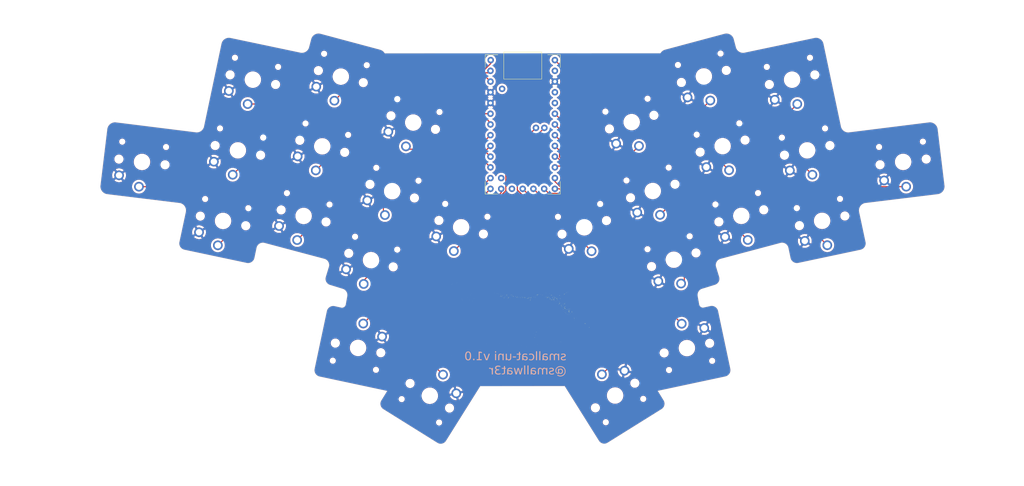
<source format=kicad_pcb>
(kicad_pcb (version 20240108) (generator "pcbnew") (generator_version "8.0")
  (layers (0 "F.Cu" signal) (31 "B.Cu" signal) (34 "B.Paste" user) (35 "F.Paste" user) (36 "B.SilkS" user "B.Silkscreen") (37 "F.SilkS" user "F.Silkscreen") (38 "B.Mask" user) (39 "F.Mask" user) (44 "Edge.Cuts" user))
  (net 0 "")
  (net 1 "gnd")
  (net 2 "Switch2")
  (net 3 "Switch3")
  (net 4 "Switch4")
  (net 5 "Switch6")
  (net 6 "Switch7")
  (net 7 "Switch8")
  (net 8 "Switch9")
  (net 9 "Switch10")
  (net 10 "Switch12")
  (net 11 "Switch13")
  (net 12 "Switch14")
  (net 13 "Switch16")
  (net 14 "Switch17")
  (net 15 "Switch9_r")
  (net 16 "Switch10_r")
  (net 17 "Switch12_r")
  (net 18 "Switch13_r")
  (net 19 "Switch14_r")
  (net 20 "Switch16_r")
  (net 21 "Switch17_r")
  (net 22 "Switch2_r")
  (net 23 "Switch3_r")
  (net 24 "Switch4_r")
  (net 25 "Switch6_r")
  (net 26 "Switch7_r")
  (net 27 "Switch8_r")
  (footprint "* duckyb-collection:choc-v1-with-millmax" (layer "F.Cu") (at 84.259477 64.959093 -15)
    (property "Reference" "SW16" (hide yes))
    (property "Value" "SW_Push" (hide yes))
  )
  (footprint "* duckyb-collection:choc-v1-with-millmax" (layer "F.Cu") (at 114.109183 107.537255 148)
    (property "Reference" "SW20" (hide yes))
    (property "Value" "SW_Push" (hide yes))
  )
  (footprint "* duckyb-collection:choc-v1-with-millmax" (layer "F.Cu") (at 65.198571 66.13836 -12)
    (property "Reference" "SW15" (hide yes))
    (property "Value" "SW_Push" (hide yes))
  )
  (footprint "* duckyb-collection:choc-v1-with-millmax" (layer "F.Cu") (at 97.138927 96.208555 168)
    (property "Reference" "SW21" (hide yes))
    (property "Value" "SW_Push" (hide yes))
  )
  (footprint "* duckyb-collection:choc-v1-with-millmax" (layer "F.Cu") (at 100.196443 75.417543 -17)
    (property "Reference" "SW17" (hide yes))
    (property "Value" "SW_Push" (hide yes))
  )
  (footprint "* duckyb-collection:choc-v1-with-millmax" (layer "F.Cu") (at 93.064047 31.962028 -15)
    (property "Reference" "SW4" (hide yes))
    (property "Value" "SW_Push" (hide yes))
  )
  (footprint "* duckyb-collection:choc-v1-with-millmax" (layer "F.Cu") (at 72.249441 32.683015 -12)
    (property "Reference" "SW3" (hide yes))
    (property "Value" "SW_Push" (hide yes))
  )
  (footprint "* duckyb-collection:choc-v1-with-millmax" (layer "F.Cu") (at 68.7113 49.423827 -12)
    (property "Reference" "SW9" (hide yes))
    (property "Value" "SW_Push" (hide yes))
  )
  (footprint "* duckyb-collection:choc-v1-with-millmax" (layer "F.Cu") (at 121.520324 67.631956 -17)
    (property "Reference" "SW12" (hide yes))
    (property "Value" "SW_Push" (hide yes))
  )
  (footprint "* duckyb-collection:choc-v1-with-millmax" (layer "F.Cu") (at 105.217379 59.09741 -17)
    (property "Reference" "SW11" (hide yes))
    (property "Value" "SW_Push" (hide yes))
  )
  (footprint "* duckyb-collection:choc-v1-with-millmax" (layer "F.Cu") (at 46.026081 52.169877 -7)
    (property "Reference" "SW8" (hide yes))
    (property "Value" "SW_Push" (hide yes))
  )
  (footprint "* duckyb-collection:choc-v1-with-millmax" (layer "F.Cu") (at 110.187699 42.840229 -17)
    (property "Reference" "SW5" (hide yes))
    (property "Value" "SW_Push" (hide yes))
  )
  (footprint "* duckyb-collection:choc-v1-with-millmax" (layer "F.Cu") (at 88.665169 48.471529 -15)
    (property "Reference" "SW10" (hide yes))
    (property "Value" "SW_Push" (hide yes))
  )
  (footprint "* duckyb-collection:choc-v1-with-millmax" (layer "F.Cu") (at 166.857272 59.051739 17)
    (property "Reference" "SW11_r1" (hide yes))
    (property "Value" "SW_Push" (hide yes))
  )
  (footprint "* duckyb-collection:choc-v1-with-millmax" (layer "F.Cu") (at 187.800593 64.942498 15)
    (property "Reference" "SW15_r1" (hide yes))
    (property "Value" "SW_Push" (hide yes))
  )
  (footprint "* duckyb-collection:choc-v1-with-millmax" (layer "F.Cu") (at 206.916567 66.113554 12)
    (property "Reference" "SW18_r1" (hide yes))
    (property "Value" "SW_Push" (hide yes))
  )
  (footprint "* duckyb-collection:choc-v1-with-millmax" (layer "F.Cu") (at 161.864045 42.736729 17)
    (property "Reference" "SW5_r1" (hide yes))
    (property "Value" "SW_Push" (hide yes))
  )
  (footprint "* duckyb-collection:choc-v1-with-millmax" (layer "F.Cu") (at 178.936922 31.912398 15)
    (property "Reference" "SW4_r1" (hide yes))
    (property "Value" "SW_Push" (hide yes))
  )
  (footprint "* duckyb-collection:choc-v1-with-millmax" (layer "F.Cu") (at 150.650324 67.658044 17)
    (property "Reference" "SW12_r1" (hide yes))
    (property "Value" "SW_Push" (hide yes))
  )
  (footprint "* duckyb-collection:choc-v1-with-millmax" (layer "F.Cu") (at 199.812641 32.686554 12)
    (property "Reference" "SW3_r1" (hide yes))
    (property "Value" "SW_Push" (hide yes))
  )
  (footprint "* duckyb-collection:choc-v1-with-millmax" (layer "F.Cu") (at 174.929131 96.251265 -168)
    (property "Reference" "SW21_r1" (hide yes))
    (property "Value" "SW_Push" (hide yes))
  )
  (footprint "* duckyb-collection:choc-v1-with-millmax" (layer "F.Cu") (at 183.377745 48.423826 15)
    (property "Reference" "SW9_r1" (hide yes))
    (property "Value" "SW_Push" (hide yes))
  )
  (footprint "* duckyb-collection:choc-v1-with-millmax" (layer "F.Cu") (at 157.944829 107.480788 -148)
    (property "Reference" "SW20_r1" (hide yes))
    (property "Value" "SW_Push" (hide yes))
  )
  (footprint "* duckyb-collection:choc-v1-with-millmax" (layer "F.Cu") (at 226.084493 52.162274 7)
    (property "Reference" "SW7_r1" (hide yes))
    (property "Value" "SW_Push" (hide yes))
  )
  (footprint "* duckyb-collection:choc-v1-with-millmax" (layer "F.Cu") (at 203.383629 49.427379 12)
    (property "Reference" "SW8_r1" (hide yes))
    (property "Value" "SW_Push" (hide yes))
  )
  (footprint "RP2040:pro_micro_rp2040" (layer "F.Cu") (at 127.21 59.79)
    (property "Reference" "REF**" (hide yes))
    (property "Value" "Pro Micro RP2040")
  )
  (footprint "LOGO" (layer "F.Cu") (at 136.121686 89.085664 80)
    (property "Reference" "G***" (hide yes))
    (property "Value" "LOGO" (hide yes))
  )
  (footprint "* duckyb-collection:choc-v1-with-millmax" (layer "F.Cu") (at 171.831393 75.321353 17)
    (property "Reference" "SW11_r1" (hide yes))
    (property "Value" "SW_Push" (hide yes))
  )
  (gr_line (start 180.479113 86.290344) (end 178.792309 86.66686) (stroke (width 0.05)) (layer "Edge.Cuts"))
  (gr_line (start 37.810861 59.801442) (end 54.952021 61.898642) (stroke (width 0.05)) (layer "Edge.Cuts"))
  (gr_arc (start 188.564487 26.289731) (mid 187.27435 26.044925) (end 186.5079 24.978641) (stroke (width 0.05)) (layer "Edge.Cuts"))
  (gr_arc (start 156.206489 118.633639) (mid 155.03486 118.844753) (end 154.082067 118.130981) (stroke (width 0.05)) (layer "Edge.Cuts"))
  (gr_line (start 56.393421 64.023184) (end 54.868246 71.177004) (stroke (width 0.05)) (layer "Edge.Cuts"))
  (gr_line (start 217.114826 61.899276) (end 234.255986 59.802076) (stroke (width 0.05)) (layer "Edge.Cuts"))
  (gr_arc (start 235.87312 57.821421) (mid 235.462665 59.136804) (end 234.255986 59.802076) (stroke (width 0.05)) (layer "Edge.Cuts"))
  (gr_line (start 199.446322 74.908488) (end 198.941205 72.500571) (stroke (width 0.05)) (layer "Edge.Cuts"))
  (gr_line (start 64.840016 24.1403) (end 60.70977 43.718694) (stroke (width 0.05)) (layer "Edge.Cuts"))
  (gr_arc (start 64.840016 24.1403) (mid 65.657583 23.020785) (end 67.029561 22.822325) (stroke (width 0.05)) (layer "Edge.Cuts"))
  (gr_arc (start 56.025713 72.950749) (mid 55.093796 72.294343) (end 54.868246 71.177004) (stroke (width 0.05)) (layer "Edge.Cuts"))
  (gr_line (start 104.028452 106.396248) (end 102.675924 108.596968) (stroke (width 0.05)) (layer "Edge.Cuts"))
  (gr_line (start 177.842377 85.949018) (end 177.479926 83.951281) (stroke (width 0.05)) (layer "Edge.Cuts"))
  (gr_arc (start 102.283663 25.576889) (mid 102.964329 25.890477) (end 103.454789 26.457129) (stroke (width 0.05)) (layer "Edge.Cuts"))
  (gr_line (start 83.502361 26.289096) (end 67.029561 22.822325) (stroke (width 0.05)) (layer "Edge.Cuts"))
  (gr_line (start 90.473811 81.276541) (end 93.36 82.17) (stroke (width 0.05)) (layer "Edge.Cuts"))
  (gr_line (start 73.125643 72.499935) (end 72.620525 74.907853) (stroke (width 0.05)) (layer "Edge.Cuts"))
  (gr_line (start 70.839159 76.090951) (end 56.025713 72.950749) (stroke (width 0.05)) (layer "Edge.Cuts"))
  (gr_line (start 117.98031 118.151963) (end 126.05 105.27) (stroke (width 0.05)) (layer "Edge.Cuts"))
  (gr_line (start 58.620437 45.140042) (end 39.796686 42.788666) (stroke (width 0.05)) (layer "Edge.Cuts"))
  (gr_arc (start 60.70977 43.718694) (mid 59.96134 44.864844) (end 58.620437 45.140042) (stroke (width 0.05)) (layer "Edge.Cuts"))
  (gr_line (start 74.907009 71.316838) (end 89.09035 75.093729) (stroke (width 0.05)) (layer "Edge.Cuts"))
  (gr_line (start 235.87312 57.821421) (end 234.250817 44.406434) (stroke (width 0.05)) (layer "Edge.Cuts"))
  (gr_line (start 186.5079 24.978641) (end 186.018555 23.121544) (stroke (width 0.05)) (layer "Edge.Cuts"))
  (gr_line (start 104.028452 106.396248) (end 88.031548 102.983752) (stroke (width 0.05)) (layer "Edge.Cuts"))
  (gr_line (start 37.81603 44.405798) (end 36.193728 57.820785) (stroke (width 0.05)) (layer "Edge.Cuts"))
  (gr_arc (start 103.121966 110.709554) (mid 102.454301 109.747149) (end 102.675924 108.596968) (stroke (width 0.05)) (layer "Edge.Cuts"))
  (gr_arc (start 90.473811 81.276541) (mid 89.606609 80.55331) (end 89.49868 79.429275) (stroke (width 0.05)) (layer "Edge.Cuts"))
  (gr_arc (start 88.031548 102.983752) (mid 87.070653 102.312745) (end 86.861979 101.159481) (stroke (width 0.05)) (layer "Edge.Cuts"))
  (gr_arc (start 197.159838 71.317473) (mid 198.288903 71.550115) (end 198.941205 72.500571) (stroke (width 0.05)) (layer "Edge.Cuts"))
  (gr_arc (start 86.048292 23.120908) (mid 86.894132 21.987832) (end 88.299205 21.829549) (stroke (width 0.05)) (layer "Edge.Cuts"))
  (gr_line (start 184.030829 102.96277) (end 168.033925 106.375266) (stroke (width 0.05)) (layer "Edge.Cuts"))
  (gr_arc (start 54.952021 61.898642) (mid 56.121046 62.656755) (end 56.393421 64.023184) (stroke (width 0.05)) (layer "Edge.Cuts"))
  (gr_arc (start 37.81603 44.405798) (mid 38.481325 43.199135) (end 39.796686 42.788666) (stroke (width 0.05)) (layer "Edge.Cuts"))
  (gr_arc (start 73.125643 72.499935) (mid 73.777974 71.549524) (end 74.907009 71.316838) (stroke (width 0.05)) (layer "Edge.Cuts"))
  (gr_line (start 183.767642 21.830184) (end 169.783184 25.577523) (stroke (width 0.05)) (layer "Edge.Cuts"))
  (gr_arc (start 178.792309 86.66686) (mid 178.190643 86.475603) (end 177.842377 85.949018) (stroke (width 0.05)) (layer "Edge.Cuts"))
  (gr_line (start 182.976496 75.094362) (end 197.159838 71.317473) (stroke (width 0.05)) (layer "Edge.Cuts"))
  (gr_arc (start 177.479926 83.951281) (mid 177.72296 82.80041) (end 178.702377 82.149018) (stroke (width 0.05)) (layer "Edge.Cuts"))
  (gr_line (start 178.702377 82.149018) (end 181.588566 81.255559) (stroke (width 0.05)) (layer "Edge.Cuts"))
  (gr_arc (start 232.270161 42.789301) (mid 233.585527 43.199765) (end 234.250817 44.406434) (stroke (width 0.05)) (layer "Edge.Cuts"))
  (gr_line (start 185.200398 101.138499) (end 182.303384 87.459913) (stroke (width 0.05)) (layer "Edge.Cuts"))
  (gr_line (start 217.198601 71.177638) (end 215.673426 64.023819) (stroke (width 0.05)) (layer "Edge.Cuts"))
  (gr_line (start 216.041133 72.951383) (end 201.227688 76.091586) (stroke (width 0.05)) (layer "Edge.Cuts"))
  (gr_line (start 182.568166 79.429909) (end 181.7934 76.875729) (stroke (width 0.05)) (layer "Edge.Cuts"))
  (gr_arc (start 89.09035 75.093729) (mid 90.040766 75.746069) (end 90.273447 76.875094) (stroke (width 0.05)) (layer "Edge.Cuts"))
  (gr_line (start 89.758993 87.480895) (end 86.861979 101.159481) (stroke (width 0.05)) (layer "Edge.Cuts"))
  (gr_arc (start 205.037286 22.82296) (mid 206.409256 23.021435) (end 207.226832 24.140936) (stroke (width 0.05)) (layer "Edge.Cuts"))
  (gr_arc (start 182.568166 79.429909) (mid 182.448983 80.541176) (end 181.588016 81.253814) (stroke (width 0.05)) (layer "Edge.Cuts"))
  (gr_arc (start 93.36 82.17) (mid 94.339417 82.821392) (end 94.582451 83.972263) (stroke (width 0.05)) (layer "Edge.Cuts"))
  (gr_line (start 93.270068 86.687842) (end 91.583264 86.311326) (stroke (width 0.05)) (layer "Edge.Cuts"))
  (gr_arc (start 72.620525 74.907853) (mid 71.96819 75.858265) (end 70.839159 76.090951) (stroke (width 0.05)) (layer "Edge.Cuts"))
  (gr_line (start 146.012377 105.249018) (end 154.082067 118.130981) (stroke (width 0.05)) (layer "Edge.Cuts"))
  (gr_arc (start 85.558947 24.978006) (mid 84.79251 26.04431) (end 83.502361 26.289096) (stroke (width 0.05)) (layer "Edge.Cuts"))
  (gr_arc (start 215.673426 64.023819) (mid 215.945831 62.65741) (end 217.114826 61.899276) (stroke (width 0.05)) (layer "Edge.Cuts"))
  (gr_line (start 102.283663 25.576888) (end 88.299205 21.829549) (stroke (width 0.05)) (layer "Edge.Cuts"))
  (gr_line (start 103.121966 110.709554) (end 115.855888 118.654621) (stroke (width 0.05)) (layer "Edge.Cuts"))
  (gr_arc (start 37.810861 59.801442) (mid 36.604146 59.136169) (end 36.193728 57.820785) (stroke (width 0.05)) (layer "Edge.Cuts"))
  (gr_arc (start 217.198601 71.177638) (mid 216.973032 72.294965) (end 216.041133 72.951383) (stroke (width 0.05)) (layer "Edge.Cuts"))
  (gr_line (start 169.386453 108.575986) (end 168.033925 106.375266) (stroke (width 0.05)) (layer "Edge.Cuts"))
  (gr_line (start 205.037286 22.82296) (end 188.564487 26.289731) (stroke (width 0.05)) (layer "Edge.Cuts"))
  (gr_arc (start 183.767642 21.830184) (mid 185.172706 21.988484) (end 186.018555 23.121544) (stroke (width 0.05)) (layer "Edge.Cuts"))
  (gr_line (start 126.05 105.27) (end 146.012377 105.249018) (stroke (width 0.05)) (layer "Edge.Cuts"))
  (gr_arc (start 185.200398 101.138499) (mid 184.991723 102.291764) (end 184.030829 102.96277) (stroke (width 0.05)) (layer "Edge.Cuts"))
  (gr_line (start 94.582451 83.972263) (end 94.22 85.97) (stroke (width 0.05)) (layer "Edge.Cuts"))
  (gr_line (start 211.357078 43.71933) (end 207.226832 24.140936) (stroke (width 0.05)) (layer "Edge.Cuts"))
  (gr_arc (start 180.479113 86.290344) (mid 181.632378 86.499019) (end 182.303384 87.459913) (stroke (width 0.05)) (layer "Edge.Cuts"))
  (gr_arc (start 94.22 85.97) (mid 93.871734 86.496585) (end 93.270068 86.687842) (stroke (width 0.05)) (layer "Edge.Cuts"))
  (gr_line (start 103.454789 26.457129) (end 168.656013 26.443013) (stroke (width 0.05)) (layer "Edge.Cuts"))
  (gr_arc (start 169.386453 108.575986) (mid 169.608078 109.72616) (end 168.940411 110.688572) (stroke (width 0.05)) (layer "Edge.Cuts"))
  (gr_line (start 86.048292 23.120908) (end 85.558947 24.978006) (stroke (width 0.05)) (layer "Edge.Cuts"))
  (gr_line (start 232.270161 42.789301) (end 213.44641 45.140676) (stroke (width 0.05)) (layer "Edge.Cuts"))
  (gr_arc (start 201.227688 76.091586) (mid 200.098639 75.858928) (end 199.446322 74.908488) (stroke (width 0.05)) (layer "Edge.Cuts"))
  (gr_arc (start 181.7934 76.875729) (mid 182.026079 75.746703) (end 182.976496 75.094362) (stroke (width 0.05)) (layer "Edge.Cuts"))
  (gr_line (start 156.206489 118.633639) (end 168.940411 110.688572) (stroke (width 0.05)) (layer "Edge.Cuts"))
  (gr_arc (start 168.656013 26.443013) (mid 169.129263 25.892622) (end 169.783189 25.57754) (stroke (width 0.05)) (layer "Edge.Cuts"))
  (gr_arc (start 213.44641 45.140676) (mid 212.105539 44.865435) (end 211.357078 43.71933) (stroke (width 0.05)) (layer "Edge.Cuts"))
  (gr_arc (start 89.758993 87.480895) (mid 90.429999 86.520001) (end 91.583264 86.311326) (stroke (width 0.05)) (layer "Edge.Cuts"))
  (gr_line (start 90.273447 76.875094) (end 89.49868 79.429275) (stroke (width 0.05)) (layer "Edge.Cuts"))
  (gr_arc (start 117.98031 118.151963) (mid 117.027517 118.865735) (end 115.855888 118.654621) (stroke (width 0.05)) (layer "Edge.Cuts"))
  (gr_text "smallcat-uni v1.0\n@smallwat3r" (at 146.42 102.82 0) (layer "B.SilkS") (effects (font (size 2 2)) (justify left bottom mirror)))
  (segment (start 125.95 30.61) (end 121.18 35.38) (width 0.25) (layer "F.Cu") (net 2))
  (segment (start 87.185914 38.454086) (end 71.022762 38.454086) (width 0.25) (layer "F.Cu") (net 2))
  (segment (start 128.51 28.05) (end 128.51 28.88) (width 0.25) (layer "F.Cu") (net 2))
  (segment (start 90.26 35.38) (end 87.185914 38.454086) (width 0.25) (layer "F.Cu") (net 2))
  (segment (start 126.78 30.61) (end 125.95 30.61) (width 0.25) (layer "F.Cu") (net 2))
  (segment (start 128.51 28.88) (end 126.78 30.61) (width 0.25) (layer "F.Cu") (net 2))
  (segment (start 121.18 35.38) (end 90.26 35.38) (width 0.25) (layer "F.Cu") (net 2))
  (segment (start 126.136396 31.06) (end 121.366396 35.83) (width 0.25) (layer "F.Cu") (net 3))
  (segment (start 127.99 31.06) (end 126.136396 31.06) (width 0.25) (layer "F.Cu") (net 3))
  (segment (start 121.366396 35.83) (end 93.368005 35.83) (width 0.25) (layer "F.Cu") (net 3))
  (segment (start 93.368005 35.83) (end 91.537015 37.66099) (width 0.25) (layer "F.Cu") (net 3))
  (segment (start 128.46 30.59) (end 127.99 31.06) (width 0.25) (layer "F.Cu") (net 3))
  (segment (start 127.043604 49.15) (end 109.13028 49.15) (width 0.25) (layer "F.Cu") (net 4))
  (segment (start 127.043604 47.246396) (end 127.043604 49.15) (width 0.25) (layer "F.Cu") (net 4))
  (segment (start 128.46 45.83) (end 127.043604 47.246396) (width 0.25) (layer "F.Cu") (net 4))
  (segment (start 109.13028 49.15) (end 108.462706 48.482426) (width 0.25) (layer "F.Cu") (net 4))
  (segment (start 67.76 45.08) (end 66.84 46) (width 0.25) (layer "F.Cu") (net 5))
  (segment (start 126.84 31.51) (end 126.322792 31.51) (width 0.25) (layer "F.Cu") (net 5))
  (segment (start 89.24 45.08) (end 67.76 45.08) (width 0.25) (layer "F.Cu") (net 5))
  (segment (start 66.84 46) (end 61.77 46) (width 0.25) (layer "F.Cu") (net 5))
  (segment (start 126.322792 31.51) (end 121.552792 36.28) (width 0.25) (layer "F.Cu") (net 5))
  (segment (start 128.46 33.13) (end 126.84 31.51) (width 0.25) (layer "F.Cu") (net 5))
  (segment (start 61.77 46) (end 49.7441 58.0259) (width 0.25) (layer "F.Cu") (net 5))
  (segment (start 121.552792 36.28) (end 98.04 36.28) (width 0.25) (layer "F.Cu") (net 5))
  (segment (start 49.7441 58.0259) (end 45.307052 58.0259) (width 0.25) (layer "F.Cu") (net 5))
  (segment (start 98.04 36.28) (end 89.24 45.08) (width 0.25) (layer "F.Cu") (net 5))
  (segment (start 124.346396 38.54) (end 96.52 38.54) (width 0.25) (layer "F.Cu") (net 6))
  (segment (start 126.556396 40.75) (end 124.346396 38.54) (width 0.25) (layer "F.Cu") (net 6))
  (segment (start 128.46 40.75) (end 126.556396 40.75) (width 0.25) (layer "F.Cu") (net 6))
  (segment (start 77.149519 45.53) (end 67.484621 55.194898) (width 0.25) (layer "F.Cu") (net 6))
  (segment (start 96.52 38.54) (end 89.53 45.53) (width 0.25) (layer "F.Cu") (net 6))
  (segment (start 89.53 45.53) (end 77.149519 45.53) (width 0.25) (layer "F.Cu") (net 6))
  (segment (start 92.27 49.038628) (end 92.27 43.426396) (width 0.25) (layer "F.Cu") (net 7))
  (segment (start 96.706396 38.99) (end 124.16 38.99) (width 0.25) (layer "F.Cu") (net 7))
  (segment (start 126.37 41.2) (end 126.74 41.2) (width 0.25) (layer "F.Cu") (net 7))
  (segment (start 128.46 42.92) (end 128.46 43.29) (width 0.25) (layer "F.Cu") (net 7))
  (segment (start 87.138137 54.170491) (end 92.27 49.038628) (width 0.25) (layer "F.Cu") (net 7))
  (segment (start 126.74 41.2) (end 128.46 42.92) (width 0.25) (layer "F.Cu") (net 7))
  (segment (start 92.27 43.426396) (end 96.706396 38.99) (width 0.25) (layer "F.Cu") (net 7))
  (segment (start 124.16 38.99) (end 126.37 41.2) (width 0.25) (layer "F.Cu") (net 7))
  (segment (start 128.46 53.45) (end 126.95 51.94) (width 0.25) (layer "F.Cu") (net 8))
  (segment (start 105.942792 56.48) (end 103.46 56.48) (width 0.25) (layer "F.Cu") (net 8))
  (segment (start 126.95 51.94) (end 126.95 50.5) (width 0.25) (layer "F.Cu") (net 8))
  (segment (start 126.95 50.5) (end 111.922792 50.5) (width 0.25) (layer "F.Cu") (net 8))
  (segment (start 103.46 56.48) (end 103.127879 56.812121) (width 0.25) (layer "F.Cu") (net 8))
  (segment (start 111.922792 50.5) (end 105.942792 56.48) (width 0.25) (layer "F.Cu") (net 8))
  (segment (start 103.127879 56.812121) (end 103.127879 64.3751) (width 0.25) (layer "F.Cu") (net 8))
  (segment (start 103.127879 64.3751) (end 103.492386 64.739607) (width 0.25) (layer "F.Cu") (net 8))
  (segment (start 129.290855 61.776396) (end 128.39 61.776396) (width 0.25) (layer "F.Cu") (net 9))
  (segment (start 125.706396 67.363088) (end 119.795331 73.274153) (width 0.25) (layer "F.Cu") (net 9))
  (segment (start 125.706396 64.46) (end 125.706396 67.363088) (width 0.25) (layer "F.Cu") (net 9))
  (segment (start 132.087 51.223) (end 132.087 58.980251) (width 0.25) (layer "F.Cu") (net 9))
  (segment (start 128.39 61.776396) (end 125.706396 64.46) (width 0.25) (layer "F.Cu") (net 9))
  (segment (start 139.22 44.09) (end 132.087 51.223) (width 0.25) (layer "F.Cu") (net 9))
  (segment (start 132.087 58.980251) (end 129.290855 61.776396) (width 0.25) (layer "F.Cu") (net 9))
  (segment (start 111.55 49.6) (end 105.57 55.58) (width 0.25) (layer "F.Cu") (net 10))
  (segment (start 105.57 55.58) (end 98.67 55.58) (width 0.25) (layer "F.Cu") (net 10))
  (segment (start 96.83 57.42) (end 78.461323 57.42) (width 0.25) (layer "F.Cu") (net 10))
  (segment (start 98.67 55.58) (end 96.83 57.42) (width 0.25) (layer "F.Cu") (net 10))
  (segment (start 78.461323 57.42) (end 63.971892 71.909431) (width 0.25) (layer "F.Cu") (net 10))
  (segment (start 128.46 48.37) (end 127.23 49.6) (width 0.25) (layer "F.Cu") (net 10))
  (segment (start 127.23 49.6) (end 111.55 49.6) (width 0.25) (layer "F.Cu") (net 10))
  (segment (start 127.6 50.05) (end 111.736396 50.05) (width 0.25) (layer "F.Cu") (net 11))
  (segment (start 98.856396 56.03) (end 90.666396 64.22) (width 0.25) (layer "F.Cu") (net 11))
  (segment (start 105.756396 56.03) (end 98.856396 56.03) (width 0.25) (layer "F.Cu") (net 11))
  (segment (start 82.743402 70.769008) (end 82.815125 70.790936) (width 0.25) (layer "F.Cu") (net 11))
  (segment (start 82.815125 70.790936) (end 82.908775 70.741141) (width 0.25) (layer "F.Cu") (net 11))
  (segment (start 128.46 50.91) (end 127.6 50.05) (width 0.25) (layer "F.Cu") (net 11))
  (segment (start 111.736396 50.05) (end 105.756396 56.03) (width 0.25) (layer "F.Cu") (net 11))
  (segment (start 90.666396 64.22) (end 89.1705 64.22) (width 0.25) (layer "F.Cu") (net 11))
  (segment (start 89.1705 64.22) (end 82.732445 70.658055) (width 0.25) (layer "F.Cu") (net 11))
  (segment (start 104.24 70.35) (end 104.24 74.47) (width 0.25) (layer "F.Cu") (net 12))
  (segment (start 111.48 63.11) (end 104.24 70.35) (width 0.25) (layer "F.Cu") (net 12))
  (segment (start 125.147208 63.11) (end 111.48 63.11) (width 0.25) (layer "F.Cu") (net 12))
  (segment (start 128.46 55.99) (end 127.04 57.41) (width 0.25) (layer "F.Cu") (net 12))
  (segment (start 98.47145 80.23855) (end 98.47145 81.05974) (width 0.25) (layer "F.Cu") (net 12))
  (segment (start 127.04 61.217208) (end 125.147208 63.11) (width 0.25) (layer "F.Cu") (net 12))
  (segment (start 104.24 74.47) (end 98.47145 80.23855) (width 0.25) (layer "F.Cu") (net 12))
  (segment (start 127.04 57.41) (end 127.04 61.217208) (width 0.25) (layer "F.Cu") (net 12))
  (segment (start 127.49 61.403604) (end 125.333604 63.56) (width 0.25) (layer "F.Cu") (net 13))
  (segment (start 125.333604 63.56) (end 111.666396 63.56) (width 0.25) (layer "F.Cu") (net 13))
  (segment (start 100.96 78.386396) (end 100.96 87.843089) (width 0.25) (layer "F.Cu") (net 13))
  (segment (start 111.666396 63.56) (end 104.69 70.536396) (width 0.25) (layer "F.Cu") (net 13))
  (segment (start 128.46 58.53) (end 127.49 59.5) (width 0.25) (layer "F.Cu") (net 13))
  (segment (start 127.49 59.5) (end 127.49 61.403604) (width 0.25) (layer "F.Cu") (net 13))
  (segment (start 104.69 70.536396) (end 104.69 74.656396) (width 0.25) (layer "F.Cu") (net 13))
  (segment (start 104.69 74.656396) (end 100.96 78.386396) (width 0.25) (layer "F.Cu") (net 13))
  (segment (start 100.96 87.843089) (end 98.365605 90.437484) (width 0.25) (layer "F.Cu") (net 13))
  (segment (start 128.203604 61.326396) (end 125.52 64.01) (width 0.25) (layer "F.Cu") (net 14))
  (segment (start 111.852792 64.01) (end 105.14 70.722792) (width 0.25) (layer "F.Cu") (net 14))
  (segment (start 101.41 86.708065) (end 117.235706 102.533771) (width 0.25) (layer "F.Cu") (net 14))
  (segment (start 131 58.53) (end 131 59.430855) (width 0.25) (layer "F.Cu") (net 14))
  (segment (start 131 59.430855) (end 129.104459 61.326396) (width 0.25) (layer "F.Cu") (net 14))
  (segment (start 105.14 74.842792) (end 101.41 78.572792) (width 0.25) (layer "F.Cu") (net 14))
  (segment (start 105.14 70.722792) (end 105.14 74.842792) (width 0.25) (layer "F.Cu") (net 14))
  (segment (start 101.41 78.572792) (end 101.41 86.708065) (width 0.25) (layer "F.Cu") (net 14))
  (segment (start 125.52 64.01) (end 111.852792 64.01) (width 0.25) (layer "F.Cu") (net 14))
  (segment (start 129.104459 61.326396) (end 128.203604 61.326396) (width 0.25) (layer "F.Cu") (net 14))
  (segment (start 166.39 53.15) (end 144 53.15) (width 0.25) (layer "F.Cu") (net 15))
  (segment (start 144 53.15) (end 143.7 53.45) (width 0.25) (layer "F.Cu") (net 15))
  (segment (start 169.723265 56.483265) (end 166.39 53.15) (width 0.25) (layer "F.Cu") (net 15))
  (segment (start 169.723265 63.552936) (end 169.723265 56.483265) (width 0.25) (layer "F.Cu") (net 15))
  (segment (start 168.582265 64.693936) (end 169.723265 63.552936) (width 0.25) (layer "F.Cu") (net 15))
  (segment (start 134.82 58.807251) (end 136.979749 60.967) (width 0.25) (layer "F.Cu") (net 16))
  (segment (start 141.21 44.09) (end 134.82 50.48) (width 0.25) (layer "F.Cu") (net 16))
  (segment (start 148.4 64.679188) (end 148.4 69.324924) (width 0.25) (layer "F.Cu") (net 16))
  (segment (start 136.979749 60.967) (end 144.687812 60.967) (width 0.25) (layer "F.Cu") (net 16))
  (segment (start 148.4 69.324924) (end 152.375317 73.300241) (width 0.25) (layer "F.Cu") (net 16))
  (segment (start 144.687812 60.967) (end 148.4 64.679188) (width 0.25) (layer "F.Cu") (net 16))
  (segment (start 134.82 50.48) (end 134.82 58.807251) (width 0.25) (layer "F.Cu") (net 16))
  (segment (start 157.01 63.02) (end 149.922792 63.02) (width 0.25) (layer "F.Cu") (net 17))
  (segment (start 149.922792 63.02) (end 143.7 56.797208) (width 0.25) (layer "F.Cu") (net 17))
  (segment (start 183.248855 61.89) (end 177.768855 67.37) (width 0.25) (layer "F.Cu") (net 17))
  (segment (start 177.768855 67.37) (end 161.36 67.37) (width 0.25) (layer "F.Cu") (net 17))
  (segment (start 198.148621 61.89) (end 183.248855 61.89) (width 0.25) (layer "F.Cu") (net 17))
  (segment (start 208.143246 71.884625) (end 198.148621 61.89) (width 0.25) (layer "F.Cu") (net 17))
  (segment (start 143.7 56.797208) (end 143.7 55.99) (width 0.25) (layer "F.Cu") (net 17))
  (segment (start 161.36 67.37) (end 157.01 63.02) (width 0.25) (layer "F.Cu") (net 17))
  (segment (start 181.415251 64.36) (end 177.955251 67.82) (width 0.25) (layer "F.Cu") (net 18))
  (segment (start 177.955251 67.82) (end 161.173604 67.82) (width 0.25) (layer "F.Cu") (net 18))
  (segment (start 149.736396 63.47) (end 144.796396 58.53) (width 0.25) (layer "F.Cu") (net 18))
  (segment (start 189.327625 70.64146) (end 183.046165 64.36) (width 0.25) (layer "F.Cu") (net 18))
  (segment (start 161.173604 67.82) (end 156.823604 63.47) (width 0.25) (layer "F.Cu") (net 18))
  (segment (start 156.823604 63.47) (end 149.736396 63.47) (width 0.25) (layer "F.Cu") (net 18))
  (segment (start 144.796396 58.53) (end 143.7 58.53) (width 0.25) (layer "F.Cu") (net 18))
  (segment (start 183.046165 64.36) (end 181.415251 64.36) (width 0.25) (layer "F.Cu") (net 18))
  (segment (start 174.32 80.199936) (end 173.556386 80.96355) (width 0.25) (layer "F.Cu") (net 19))
  (segment (start 160.987208 68.27) (end 174.32 68.27) (width 0.25) (layer "F.Cu") (net 19))
  (segment (start 145.247 59.617) (end 149.55 63.92) (width 0.25) (layer "F.Cu") (net 19))
  (segment (start 174.32 68.27) (end 174.32 80.199936) (width 0.25) (layer "F.Cu") (net 19))
  (segment (start 141.16 58.53) (end 142.247 59.617) (width 0.25) (layer "F.Cu") (net 19))
  (segment (start 149.55 63.92) (end 156.637208 63.92) (width 0.25) (layer "F.Cu") (net 19))
  (segment (start 142.247 59.617) (end 145.247 59.617) (width 0.25) (layer "F.Cu") (net 19))
  (segment (start 156.637208 63.92) (end 160.987208 68.27) (width 0.25) (layer "F.Cu") (net 19))
  (segment (start 145.060604 60.067) (end 149.363604 64.37) (width 0.25) (layer "F.Cu") (net 20))
  (segment (start 155.89 68.37) (end 155.89 72.667743) (width 0.25) (layer "F.Cu") (net 20))
  (segment (start 138.62 58.53) (end 140.157 60.067) (width 0.25) (layer "F.Cu") (net 20))
  (segment (start 155.89 72.667743) (end 173.702452 90.480195) (width 0.25) (layer "F.Cu") (net 20))
  (segment (start 149.363604 64.37) (end 151.89 64.37) (width 0.25) (layer "F.Cu") (net 20))
  (segment (start 140.157 60.067) (end 145.060604 60.067) (width 0.25) (layer "F.Cu") (net 20))
  (segment (start 151.89 64.37) (end 155.89 68.37) (width 0.25) (layer "F.Cu") (net 20))
  (segment (start 151.703604 64.82) (end 155.44 68.556396) (width 0.25) (layer "F.Cu") (net 21))
  (segment (start 144.874208 60.517) (end 149.177208 64.82) (width 0.25) (layer "F.Cu") (net 21))
  (segment (start 149.177208 64.82) (end 151.703604 64.82) (width 0.25) (layer "F.Cu") (net 21))
  (segment (start 155.44 72.854139) (end 167.42 84.834139) (width 0.25) (layer "F.Cu") (net 21))
  (segment (start 136.08 58.53) (end 138.067 60.517) (width 0.25) (layer "F.Cu") (net 21))
  (segment (start 167.42 89.87561) (end 154.818306 102.477304) (width 0.25) (layer "F.Cu") (net 21))
  (segment (start 155.44 68.556396) (end 155.44 72.854139) (width 0.25) (layer "F.Cu") (net 21))
  (segment (start 138.067 60.517) (end 144.874208 60.517) (width 0.25) (layer "F.Cu") (net 21))
  (segment (start 167.42 84.834139) (end 167.42 89.87561) (width 0.25) (layer "F.Cu") (net 21))
  (segment (start 173.084744 34.53) (end 150.18 34.53) (width 0.25) (layer "F.Cu") (net 22))
  (segment (start 192.99 41.6) (end 185.951803 34.561803) (width 0.25) (layer "F.Cu") (net 22))
  (segment (start 173.116547 34.561803) (end 173.084744 34.53) (width 0.25) (layer "F.Cu") (net 22))
  (segment (start 197.896945 41.6) (end 192.99 41.6) (width 0.25) (layer "F.Cu") (net 22))
  (segment (start 150.18 34.53) (end 143.7 28.05) (width 0.25) (layer "F.Cu") (net 22))
  (segment (start 201.03932 38.457625) (end 197.896945 41.6) (width 0.25) (layer "F.Cu") (net 22))
  (segment (start 185.951803 34.561803) (end 173.116547 34.561803) (width 0.25) (layer "F.Cu") (net 22))
  (segment (start 180.463954 37.61136) (end 178.699185 39.376129) (width 0.25) (layer "F.Cu") (net 23))
  (segment (start 155.01 42.79) (end 145.74 42.79) (width 0.25) (layer "F.Cu") (net 23))
  (segment (start 178.699185 39.376129) (end 158.423871 39.376129) (width 0.25) (layer "F.Cu") (net 23))
  (segment (start 145.74 42.79) (end 143.7 40.75) (width 0.25) (layer "F.Cu") (net 23))
  (segment (start 158.423871 39.376129) (end 155.01 42.79) (width 0.25) (layer "F.Cu") (net 23))
  (segment (start 145.687 45.277) (end 143.7 43.29) (width 0.25) (layer "F.Cu") (net 24))
  (segment (start 146.402792 51.35) (end 145.687 50.634208) (width 0.25) (layer "F.Cu") (net 24))
  (segment (start 160.617964 51.35) (end 146.402792 51.35) (width 0.25) (layer "F.Cu") (net 24))
  (segment (start 145.687 50.634208) (end 145.687 45.277) (width 0.25) (layer "F.Cu") (net 24))
  (segment (start 163.589038 48.378926) (end 160.617964 51.35) (width 0.25) (layer "F.Cu") (net 24))
  (segment (start 145.237 50.820604) (end 145.237 47.367) (width 0.25) (layer "F.Cu") (net 25))
  (segment (start 226.803522 58.018296) (end 216.738296 58.018296) (width 0.25) (layer "F.Cu") (net 25))
  (segment (start 216.738296 58.018296) (end 202.62 43.9) (width 0.25) (layer "F.Cu") (net 25))
  (segment (start 202.62 43.9) (end 174.42 43.9) (width 0.25) (layer "F.Cu") (net 25))
  (segment (start 174.42 43.9) (end 166.52 51.8) (width 0.25) (layer "F.Cu") (net 25))
  (segment (start 166.52 51.8) (end 146.216396 51.8) (width 0.25) (layer "F.Cu") (net 25))
  (segment (start 145.237 47.367) (end 143.7 45.83) (width 0.25) (layer "F.Cu") (net 25))
  (segment (start 146.216396 51.8) (end 145.237 50.820604) (width 0.25) (layer "F.Cu") (net 25))
  (segment (start 174.606396 44.35) (end 166.706396 52.25) (width 0.25) (layer "F.Cu") (net 26))
  (segment (start 144.787 51.007) (end 144.787 49.457) (width 0.25) (layer "F.Cu") (net 26))
  (segment (start 166.706396 52.25) (end 146.03 52.25) (width 0.25) (layer "F.Cu") (net 26))
  (segment (start 204.610308 55.19845) (end 193.761858 44.35) (width 0.25) (layer "F.Cu") (net 26))
  (segment (start 144.787 49.457) (end 143.7 48.37) (width 0.25) (layer "F.Cu") (net 26))
  (segment (start 193.761858 44.35) (end 174.606396 44.35) (width 0.25) (layer "F.Cu") (net 26))
  (segment (start 146.03 52.25) (end 144.787 51.007) (width 0.25) (layer "F.Cu") (net 26))
  (segment (start 184.904777 54.122788) (end 178.161989 47.38) (width 0.25) (layer "F.Cu") (net 27))
  (segment (start 178.161989 47.38) (end 172.212792 47.38) (width 0.25) (layer "F.Cu") (net 27))
  (segment (start 145.843604 52.7) (end 144.053604 50.91) (width 0.25) (layer "F.Cu") (net 27))
  (segment (start 172.212792 47.38) (end 166.892792 52.7) (width 0.25) (layer "F.Cu") (net 27))
  (segment (start 166.892792 52.7) (end 145.843604 52.7) (width 0.25) (layer "F.Cu") (net 27))
  (segment (start 144.053604 50.91) (end 143.7 50.91) (width 0.25) (layer "F.Cu") (net 27))
  (zone (net 1) (net_name "gnd") (layer "F.Cu") (connect_pads (clearance 0.508)) (min_thickness 0.254) (fill yes (thermal_gap 0.508) (thermal_bridge_width 0.508))
    (polygon (pts (xy 14.744 15.14) (xy 254.674 14.14) (xy 253.404 127.5) (xy 13.474 128.5)))
  )
  (zone (net 1) (net_name "gnd") (layer "B.Cu") (connect_pads (clearance 0.508)) (min_thickness 0.254) (fill yes (thermal_gap 0.508) (thermal_bridge_width 0.508))
    (polygon (pts (xy 13.934 13.82) (xy 254.204 14.25) (xy 252.704 128.86) (xy 12.434 128.43)))
  )
)
</source>
